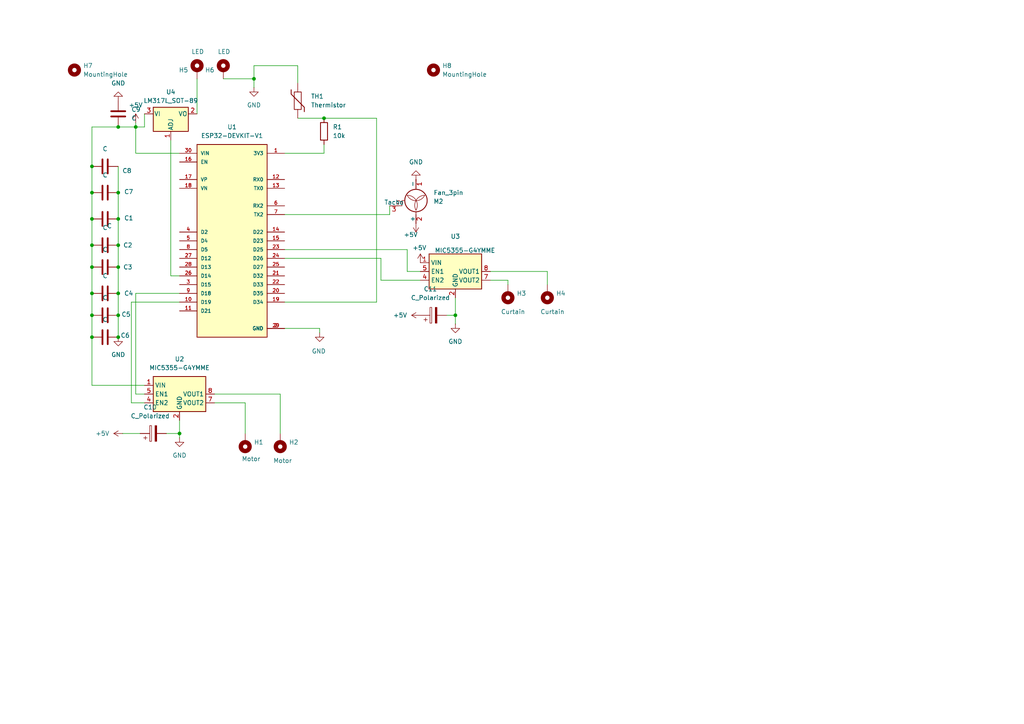
<source format=kicad_sch>
(kicad_sch (version 20250114) (generator "eeschema") (generator_version "9.0")
  (paper "A4")
  (lib_symbols
    (symbol "Device:C" (pin_numbers (hide yes)) (pin_names (offset 0.254))
      (property "Reference" "C" (at 0.635 2.54 0))
      (property "Value" "C" (at 0.635 -2.54 0))
      (symbol "C_0_1"
        (polyline (pts (xy -2.032 0.762) (xy 2.032 0.762)) (stroke (width 0.508)))
        (polyline (pts (xy -2.032 -0.762) (xy 2.032 -0.762)) (stroke (width 0.508)))
      )
      (symbol "C_1_1"
        (pin passive line (at 0 3.81 270) (length 2.794) (name "~") (number "1"))
        (pin passive line (at 0 -3.81 90) (length 2.794) (name "~") (number "2"))
      )
    )
    (symbol "Device:C_Polarized" (pin_numbers (hide yes)) (pin_names (offset 0.254))
      (property "Reference" "C" (at 0.635 2.54 0))
      (property "Value" "C_Polarized" (at 0.635 -2.54 0))
      (symbol "C_Polarized_0_1"
        (rectangle (start -2.286 0.508) (end 2.286 1.016))
        (polyline (pts (xy -1.778 2.286) (xy -0.762 2.286)))
        (polyline (pts (xy -1.27 2.794) (xy -1.27 1.778)))
        (rectangle (start 2.286 -0.508) (end -2.286 -1.016) (fill (type outline)))
      )
      (symbol "C_Polarized_1_1"
        (pin passive line (at 0 3.81 270) (length 2.794) (name "~") (number "1"))
        (pin passive line (at 0 -3.81 90) (length 2.794) (name "~") (number "2"))
      )
    )
    (symbol "Device:R" (pin_numbers (hide yes)) (pin_names (offset 0))
      (property "Reference" "R" (at 2.032 0 90))
      (property "Value" "R" (at 0 0 90))
      (symbol "R_0_1"
        (rectangle (start -1.016 -2.54) (end 1.016 2.54) (stroke (width 0.254)))
      )
      (symbol "R_1_1"
        (pin passive line (at 0 3.81 270) (length 1.27) (name "~") (number "1"))
        (pin passive line (at 0 -3.81 90) (length 1.27) (name "~") (number "2"))
      )
    )
    (symbol "Device:Thermistor" (pin_numbers (hide yes)) (pin_names (offset 0))
      (property "Reference" "TH" (at 2.54 1.27 90))
      (property "Value" "Thermistor" (at -2.54 0 90))
      (symbol "Thermistor_0_1"
        (polyline (pts (xy -1.905 3.175) (xy -1.905 1.905) (xy 1.905 -1.905) (xy 1.905 -3.175) (xy 1.905 -3.175)) (stroke (width 0.254)))
        (rectangle (start -1.016 2.54) (end 1.016 -2.54) (stroke (width 0.2032)))
      )
      (symbol "Thermistor_1_1"
        (pin passive line (at 0 5.08 270) (length 2.54) (name "~") (number "1"))
        (pin passive line (at 0 -5.08 90) (length 2.54) (name "~") (number "2"))
      )
    )
    (symbol "ESP32-DEVKIT-V1:ESP32-DEVKIT-V1" (pin_names (offset 1.016))
      (property "Reference" "U" (at -10.16 30.48 0))
      (property "Value" "ESP32-DEVKIT-V1" (at -10.16 -30.48 0))
      (symbol "ESP32-DEVKIT-V1_0_0"
        (rectangle (start -10.16 -27.94) (end 10.16 27.94) (stroke (width 0.254)) (fill (type background)))
        (pin input line (at -15.24 25.4 0) (length 5.08) (name "VIN") (number "30"))
        (pin input line (at -15.24 22.86 0) (length 5.08) (name "EN") (number "16"))
        (pin bidirectional line (at -15.24 17.78 0) (length 5.08) (name "VP") (number "17"))
        (pin bidirectional line (at -15.24 15.24 0) (length 5.08) (name "VN") (number "18"))
        (pin bidirectional line (at -15.24 2.54 0) (length 5.08) (name "D2") (number "4"))
        (pin bidirectional line (at -15.24 0 0) (length 5.08) (name "D4") (number "5"))
        (pin bidirectional line (at -15.24 -2.54 0) (length 5.08) (name "D5") (number "8"))
        (pin bidirectional line (at -15.24 -5.08 0) (length 5.08) (name "D12") (number "27"))
        (pin bidirectional line (at -15.24 -7.62 0) (length 5.08) (name "D13") (number "28"))
        (pin bidirectional line (at -15.24 -10.16 0) (length 5.08) (name "D14") (number "26"))
        (pin bidirectional line (at -15.24 -12.7 0) (length 5.08) (name "D15") (number "3"))
        (pin bidirectional line (at -15.24 -15.24 0) (length 5.08) (name "D18") (number "9"))
        (pin bidirectional line (at -15.24 -17.78 0) (length 5.08) (name "D19") (number "10"))
        (pin bidirectional line (at -15.24 -20.32 0) (length 5.08) (name "D21") (number "11"))
        (pin output line (at 15.24 25.4 180) (length 5.08) (name "3V3") (number "1"))
        (pin input line (at 15.24 17.78 180) (length 5.08) (name "RX0") (number "12"))
        (pin output line (at 15.24 15.24 180) (length 5.08) (name "TX0") (number "13"))
        (pin input line (at 15.24 10.16 180) (length 5.08) (name "RX2") (number "6"))
        (pin output line (at 15.24 7.62 180) (length 5.08) (name "TX2") (number "7"))
        (pin bidirectional line (at 15.24 2.54 180) (length 5.08) (name "D22") (number "14"))
        (pin bidirectional line (at 15.24 0 180) (length 5.08) (name "D23") (number "15"))
        (pin bidirectional line (at 15.24 -2.54 180) (length 5.08) (name "D25") (number "23"))
        (pin bidirectional line (at 15.24 -5.08 180) (length 5.08) (name "D26") (number "24"))
        (pin bidirectional line (at 15.24 -7.62 180) (length 5.08) (name "D27") (number "25"))
        (pin bidirectional line (at 15.24 -10.16 180) (length 5.08) (name "D32") (number "21"))
        (pin bidirectional line (at 15.24 -12.7 180) (length 5.08) (name "D33") (number "22"))
        (pin bidirectional line (at 15.24 -15.24 180) (length 5.08) (name "D35") (number "20"))
        (pin bidirectional line (at 15.24 -17.78 180) (length 5.08) (name "D34") (number "19"))
        (pin power_in line (at 15.24 -25.4 180) (length 5.08) (name "GND") (number "2"))
        (pin power_in line (at 15.24 -25.4 180) (length 5.08) (name "GND") (number "29"))
      )
    )
    (symbol "Mechanical:MountingHole" (pin_names (offset 1.016)) (in_bom no)
      (property "Reference" "H" (at 0 5.08 0))
      (property "Value" "MountingHole" (at 0 3.175 0))
      (symbol "MountingHole_0_1"
        (circle (center 0 0) (radius 1.27) (stroke (width 1.27)))
      )
    )
    (symbol "Mechanical:MountingHole_Pad" (pin_numbers (hide yes)) (pin_names (offset 1.016) (hide yes)) (in_bom no)
      (property "Reference" "H" (at 0 6.35 0))
      (property "Value" "MountingHole_Pad" (at 0 4.445 0))
      (symbol "MountingHole_Pad_0_1"
        (circle (center 0 1.27) (radius 1.27) (stroke (width 1.27)))
      )
      (symbol "MountingHole_Pad_1_1"
        (pin input line (at 0 -2.54 90) (length 2.54) (name "1") (number "1"))
      )
    )
    (symbol "Motor:Fan_3pin" (pin_names (offset 0))
      (property "Reference" "M" (at 2.54 2.54 0))
      (property "Value" "Fan_3pin" (at 2.54 -5.08 0))
      (symbol "Fan_3pin_0_0"
        (polyline (pts (xy -5.08 -0.508) (xy -5.334 -0.381)))
        (polyline (pts (xy -5.08 -0.508) (xy -5.207 -0.762)))
        (arc (start -4.572 -1.016) (mid -5.08 -1.5218) (end -5.588 -1.016))
        (arc (start -5.588 -1.016) (mid -5.4392 -0.6568) (end -5.08 -0.508))
        (polyline (pts (xy -4.064 0) (xy -4.064 -1.524) (xy -3.302 -1.524)))
      )
      (symbol "Fan_3pin_0_1"
        (polyline (pts (xy -4.064 0) (xy -5.08 0)))
        (arc (start 0 1.27) (mid -0.0015 -1.6352) (end -2.54 -3.048))
        (polyline (pts (xy 0 2.032) (xy 0 2.54)))
        (polyline (pts (xy 0 1.7272) (xy 0 2.0828)))
        (circle (center 0 -1.524) (radius 3.2512) (stroke (width 0.254)))
        (arc (start -2.54 -3.048) (mid 0 -1.4782) (end 2.54 -3.048))
        (polyline (pts (xy 0 -4.7752) (xy 0 -5.1816)))
        (polyline (pts (xy 0 -7.62) (xy 0 -7.112)))
        (arc (start 2.54 -3.048) (mid 0.047 -1.6085) (end 0 1.27))
      )
      (symbol "Fan_3pin_1_1"
        (pin passive line (at -7.62 0 0) (length 2.54) (name "Tacho") (number "3"))
        (pin passive line (at 0 5.08 270) (length 2.54) (name "+") (number "2"))
        (pin passive line (at 0 -7.62 90) (length 2.54) (name "-") (number "1"))
      )
    )
    (symbol "Regulator_Linear:LM317L_SOT-89" (pin_names (offset 0.254))
      (property "Reference" "U" (at -3.81 3.175 0))
      (property "Value" "LM317L_SOT-89" (at 0 3.175 0))
      (symbol "LM317L_SOT-89_0_1"
        (rectangle (start -5.08 1.905) (end 5.08 -5.08) (stroke (width 0.254)) (fill (type background)))
      )
      (symbol "LM317L_SOT-89_1_1"
        (pin power_in line (at -7.62 0 0) (length 2.54) (name "VI") (number "3"))
        (pin input line (at 0 -7.62 90) (length 2.54) (name "ADJ") (number "1"))
        (pin power_out line (at 7.62 0 180) (length 2.54) (name "VO") (number "2"))
      )
    )
    (symbol "Regulator_Linear:MIC5355-G4YMME"
      (property "Reference" "U" (at 0 8.89 0))
      (property "Value" "MIC5355-G4YMME" (at 0 6.35 0))
      (symbol "MIC5355-G4YMME_0_1"
        (rectangle (start -7.62 5.08) (end 7.62 -5.08) (stroke (width 0.254)) (fill (type background)))
      )
      (symbol "MIC5355-G4YMME_1_1"
        (pin power_in line (at -10.16 2.54 0) (length 2.54) (name "VIN") (number "1"))
        (pin input line (at -10.16 0 0) (length 2.54) (name "EN1") (number "5"))
        (pin input line (at -10.16 -2.54 0) (length 2.54) (name "EN2") (number "4"))
        (pin no_connect line (at 0 5.08 270) (length 2.54) (hide yes) (name "NC") (number "3"))
        (pin power_in line (at 0 -7.62 90) (length 2.54) (name "GND") (number "2"))
        (pin passive line (at 0 -7.62 90) (length 2.54) (hide yes) (name "GND") (number "9"))
        (pin no_connect line (at 7.62 2.54 180) (length 2.54) (hide yes) (name "NC") (number "6"))
        (pin power_out line (at 10.16 0 180) (length 2.54) (name "VOUT1") (number "8"))
        (pin power_out line (at 10.16 -2.54 180) (length 2.54) (name "VOUT2") (number "7"))
      )
    )
    (symbol "power:+5V" (power) (pin_numbers (hide yes)) (pin_names (offset 0) (hide yes))
      (property "Value" "+5V" (at 0 3.556 0))
      (symbol "+5V_0_1"
        (polyline (pts (xy -0.762 1.27) (xy 0 2.54)))
        (polyline (pts (xy 0 2.54) (xy 0.762 1.27)))
        (polyline (pts (xy 0 0) (xy 0 2.54)))
      )
      (symbol "+5V_1_1"
        (pin power_in line (at 0 0 90) (length 0) (name "~") (number "1"))
      )
    )
    (symbol "power:GND" (power) (pin_numbers (hide yes)) (pin_names (offset 0) (hide yes))
      (property "Value" "GND" (at 0 -3.81 0))
      (symbol "GND_0_1"
        (polyline (pts (xy 0 0) (xy 0 -1.27) (xy 1.27 -1.27) (xy 0 -2.54) (xy -1.27 -1.27) (xy 0 -1.27)))
      )
      (symbol "GND_1_1"
        (pin power_in line (at 0 0 270) (length 0) (name "~") (number "1"))
      )
    )
  )
  (junction (at 34.29 91.44))
  (junction (at 26.67 48.26))
  (junction (at 34.29 63.5))
  (junction (at 26.67 77.47))
  (junction (at 26.67 71.12))
  (junction (at 34.29 97.79))
  (junction (at 26.67 55.88))
  (junction (at 26.67 85.09))
  (junction (at 34.29 71.12))
  (junction (at 34.29 36.83))
  (junction (at 34.29 55.88))
  (junction (at 34.29 77.47))
  (junction (at 26.67 63.5))
  (junction (at 73.66 22.86))
  (junction (at 132.08 91.44))
  (junction (at 34.29 85.09))
  (junction (at 26.67 97.79))
  (junction (at 93.98 34.29))
  (junction (at 52.07 125.73))
  (junction (at 39.37 36.83))
  (junction (at 26.67 91.44))
  (wire (pts (xy 82.55 44.45) (xy 93.98 44.45)))
  (wire (pts (xy 34.29 55.88) (xy 34.29 63.5)))
  (wire (pts (xy 26.67 111.76) (xy 41.91 111.76)))
  (wire (pts (xy 142.24 78.74) (xy 158.75 78.74)))
  (wire (pts (xy 121.92 81.28) (xy 110.49 81.28)))
  (wire (pts (xy 26.67 71.12) (xy 26.67 77.47)))
  (wire (pts (xy 158.75 78.74) (xy 158.75 82.55)))
  (wire (pts (xy 142.24 81.28) (xy 147.32 81.28)))
  (wire (pts (xy 39.37 114.3) (xy 41.91 114.3)))
  (wire (pts (xy 86.36 24.13) (xy 86.36 19.05)))
  (wire (pts (xy 73.66 19.05) (xy 73.66 22.86)))
  (wire (pts (xy 34.29 63.5) (xy 34.29 71.12)))
  (wire (pts (xy 110.49 74.93) (xy 82.55 74.93)))
  (wire (pts (xy 93.98 34.29) (xy 109.22 34.29)))
  (wire (pts (xy 62.23 116.84) (xy 71.12 116.84)))
  (wire (pts (xy 52.07 125.73) (xy 52.07 121.92)))
  (wire (pts (xy 39.37 35.56) (xy 39.37 36.83)))
  (wire (pts (xy 38.1 87.63) (xy 38.1 116.84)))
  (wire (pts (xy 86.36 34.29) (xy 93.98 34.29)))
  (wire (pts (xy 26.67 77.47) (xy 26.67 85.09)))
  (wire (pts (xy 147.32 81.28) (xy 147.32 82.55)))
  (wire (pts (xy 26.67 48.26) (xy 26.67 55.88)))
  (wire (pts (xy 26.67 36.83) (xy 34.29 36.83)))
  (wire (pts (xy 113.03 59.69) (xy 113.03 62.23)))
  (wire (pts (xy 39.37 44.45) (xy 52.07 44.45)))
  (wire (pts (xy 93.98 44.45) (xy 93.98 41.91)))
  (wire (pts (xy 82.55 72.39) (xy 118.11 72.39)))
  (wire (pts (xy 92.71 95.25) (xy 92.71 96.52)))
  (wire (pts (xy 82.55 95.25) (xy 92.71 95.25)))
  (wire (pts (xy 52.07 87.63) (xy 38.1 87.63)))
  (wire (pts (xy 52.07 127) (xy 52.07 125.73)))
  (wire (pts (xy 41.91 33.02) (xy 41.91 36.83)))
  (wire (pts (xy 34.29 71.12) (xy 34.29 77.47)))
  (wire (pts (xy 118.11 78.74) (xy 121.92 78.74)))
  (wire (pts (xy 113.03 62.23) (xy 82.55 62.23)))
  (wire (pts (xy 118.11 78.74) (xy 118.11 72.39)))
  (wire (pts (xy 71.12 116.84) (xy 71.12 125.73)))
  (wire (pts (xy 38.1 116.84) (xy 41.91 116.84)))
  (wire (pts (xy 26.67 97.79) (xy 26.67 111.76)))
  (wire (pts (xy 62.23 114.3) (xy 81.28 114.3)))
  (wire (pts (xy 57.15 22.86) (xy 57.15 33.02)))
  (wire (pts (xy 34.29 36.83) (xy 39.37 36.83)))
  (wire (pts (xy 41.91 36.83) (xy 39.37 36.83)))
  (wire (pts (xy 34.29 91.44) (xy 34.29 97.79)))
  (wire (pts (xy 26.67 91.44) (xy 26.67 97.79)))
  (wire (pts (xy 35.56 125.73) (xy 40.64 125.73)))
  (wire (pts (xy 132.08 93.98) (xy 132.08 91.44)))
  (wire (pts (xy 109.22 34.29) (xy 109.22 87.63)))
  (wire (pts (xy 39.37 85.09) (xy 39.37 114.3)))
  (wire (pts (xy 26.67 85.09) (xy 26.67 91.44)))
  (wire (pts (xy 34.29 48.26) (xy 34.29 55.88)))
  (wire (pts (xy 64.77 22.86) (xy 73.66 22.86)))
  (wire (pts (xy 132.08 91.44) (xy 132.08 86.36)))
  (wire (pts (xy 109.22 87.63) (xy 82.55 87.63)))
  (wire (pts (xy 49.53 40.64) (xy 49.53 80.01)))
  (wire (pts (xy 26.67 55.88) (xy 26.67 63.5)))
  (wire (pts (xy 110.49 81.28) (xy 110.49 74.93)))
  (wire (pts (xy 81.28 114.3) (xy 81.28 125.73)))
  (wire (pts (xy 34.29 77.47) (xy 34.29 85.09)))
  (wire (pts (xy 52.07 85.09) (xy 39.37 85.09)))
  (wire (pts (xy 39.37 36.83) (xy 39.37 44.45)))
  (wire (pts (xy 26.67 63.5) (xy 26.67 71.12)))
  (wire (pts (xy 73.66 22.86) (xy 73.66 25.4)))
  (wire (pts (xy 86.36 19.05) (xy 73.66 19.05)))
  (wire (pts (xy 34.29 85.09) (xy 34.29 91.44)))
  (wire (pts (xy 26.67 48.26) (xy 26.67 36.83)))
  (wire (pts (xy 48.26 125.73) (xy 52.07 125.73)))
  (wire (pts (xy 49.53 80.01) (xy 52.07 80.01)))
  (wire (pts (xy 129.54 91.44) (xy 132.08 91.44)))
  (symbol (lib_id "power:+5V") (at 121.92 76.2 0) (unit 1)
    (property "Reference" "#PWR08" (effects (hide yes)))
    (property "Value" "+5V" (at 121.666 71.882 0))
    (property "Description" "Power symbol creates a global label with name \"+5V\"" (effects (hide yes)))
  )
  (symbol (lib_id "power:+5V") (at 39.37 35.56 0) (mirror y) (unit 1)
    (property "Reference" "#PWR03" (effects (hide yes)))
    (property "Value" "+5V" (at 39.37 30.48 0))
    (property "Description" "Power symbol creates a global label with name \"+5V\"" (effects (hide yes)))
  )
  (symbol (lib_id "Mechanical:MountingHole_Pad") (at 64.77 20.32 0) (unit 1) (in_bom no)
    (property "Reference" "H6" (at 62.23 20.3201 0) (effects (justify right)))
    (property "Value" "LED" (at 66.802 14.986 0) (effects (justify right)))
    (property "Description" "Mounting Hole with connection" (effects (hide yes)))
  )
  (symbol (lib_id "Mechanical:MountingHole_Pad") (at 57.15 20.32 0) (unit 1) (in_bom no)
    (property "Reference" "H5" (at 54.61 20.3201 0) (effects (justify right)))
    (property "Value" "LED" (at 59.182 14.986 0) (effects (justify right)))
    (property "Description" "Mounting Hole with connection" (effects (hide yes)))
  )
  (symbol (lib_id "power:GND") (at 52.07 127 0) (unit 1)
    (property "Reference" "#PWR05" (effects (hide yes)))
    (property "Value" "GND" (at 52.07 132.08 0))
    (property "Description" "Power symbol creates a global label with name \"GND\" , ground" (effects (hide yes)))
  )
  (symbol (lib_id "power:GND") (at 34.29 97.79 0) (unit 1)
    (property "Reference" "#PWR04" (effects (hide yes)))
    (property "Value" "GND" (at 34.29 102.87 0))
    (property "Description" "Power symbol creates a global label with name \"GND\" , ground" (effects (hide yes)))
  )
  (symbol (lib_id "Motor:Fan_3pin") (at 120.65 59.69 0) (mirror x) (unit 1)
    (property "Reference" "M2" (at 125.73 58.4201 0) (effects (justify left)))
    (property "Value" "Fan_3pin" (at 125.73 55.8801 0) (effects (justify left)))
    (property "Footprint" "Connector:FanPinHeader_1x03_P2.54mm_Vertical" (effects (hide yes)))
    (property "Datasheet" "http://www.hardwarecanucks.com/forum/attachments/new-builds/16287d1330775095-help-chassis-power-fan-connectors-motherboard-asus_p8z68.jpg" (effects (hide yes)))
    (property "Description" "Fan, tacho output, 3-pin connector" (effects (hide yes)))
  )
  (symbol (lib_id "power:GND") (at 73.66 25.4 0) (unit 1)
    (property "Reference" "#PWR01" (effects (hide yes)))
    (property "Value" "GND" (at 73.66 30.48 0))
    (property "Description" "Power symbol creates a global label with name \"GND\" , ground" (effects (hide yes)))
  )
  (symbol (lib_id "power:+5V") (at 121.92 91.44 90) (unit 1)
    (property "Reference" "#PWR012" (effects (hide yes)))
    (property "Value" "+5V" (at 118.11 91.4399 90) (effects (justify left)))
    (property "Description" "Power symbol creates a global label with name \"+5V\"" (effects (hide yes)))
  )
  (symbol (lib_id "Device:C") (at 30.48 63.5 270) (unit 1)
    (property "Reference" "C1" (at 37.338 63.246 90))
    (property "Value" "C" (at 31.75 65.532 90))
    (property "Description" "Unpolarized capacitor" (effects (hide yes)))
  )
  (symbol (lib_id "Mechanical:MountingHole_Pad") (at 81.28 128.27 180) (unit 1) (in_bom no)
    (property "Reference" "H2" (at 83.82 128.2699 0) (effects (justify right)))
    (property "Value" "Motor" (at 79.248 133.604 0) (effects (justify right)))
    (property "Description" "Mounting Hole with connection" (effects (hide yes)))
  )
  (symbol (lib_id "Device:C") (at 30.48 55.88 270) (unit 1)
    (property "Reference" "C7" (at 37.338 55.626 90))
    (property "Value" "C" (at 30.48 50.8 90))
    (property "Description" "Unpolarized capacitor" (effects (hide yes)))
  )
  (symbol (lib_id "ESP32-DEVKIT-V1:ESP32-DEVKIT-V1") (at 67.31 69.85 0) (unit 1)
    (property "Reference" "U1" (at 67.31 36.83 0))
    (property "Value" "ESP32-DEVKIT-V1" (at 67.31 39.37 0))
    (property "Footprint" "MY_Library:MODULE_ESP32_DEVKIT_V1" (effects (hide yes)))
    (property "MF" "Do it" (effects (hide yes)))
    (property "MAXIMUM_PACKAGE_HEIGHT" "6.8 mm" (effects (hide yes)))
    (property "Package" "None" (effects (hide yes)))
    (property "Price" "None" (effects (hide yes)))
    (property "Check_prices" "https://www.snapeda.com/parts/ESP32-DEVKIT-V1/Do+it/view-part/?ref=eda" (effects (hide yes)))
    (property "STANDARD" "Manufacturer Recommendations" (effects (hide yes)))
    (property "PARTREV" "N/A" (effects (hide yes)))
    (property "SnapEDA_Link" "https://www.snapeda.com/parts/ESP32-DEVKIT-V1/Do+it/view-part/?ref=snap" (effects (hide yes)))
    (property "MP" "ESP32-DEVKIT-V1" (effects (hide yes)))
    (property "Description_1" "Dual core, Wi-Fi: 2.4 GHz up to 150 Mbits/s,BLE (Bluetooth Low Energy) and legacy Bluetooth, 32 bits, Up to 240 MHz" (effects (hide yes)))
    (property "Availability" "Not in stock" (effects (hide yes)))
    (property "MANUFACTURER" "DOIT" (effects (hide yes)))
  )
  (symbol (lib_id "power:GND") (at 34.29 29.21 180) (unit 1)
    (property "Reference" "#PWR010" (effects (hide yes)))
    (property "Value" "GND" (at 34.29 24.13 0))
    (property "Description" "Power symbol creates a global label with name \"GND\" , ground" (effects (hide yes)))
  )
  (symbol (lib_id "Device:C") (at 34.29 33.02 180) (unit 1)
    (property "Reference" "C9" (at 38.1 31.7499 0) (effects (justify right)))
    (property "Value" "C" (at 38.1 34.2899 0) (effects (justify right)))
    (property "Description" "Unpolarized capacitor" (effects (hide yes)))
  )
  (symbol (lib_id "power:+5V") (at 120.65 64.77 180) (unit 1)
    (property "Reference" "#PWR06" (effects (hide yes)))
    (property "Value" "+5V" (at 119.126 68.072 0))
    (property "Description" "Power symbol creates a global label with name \"+5V\"" (effects (hide yes)))
  )
  (symbol (lib_id "Mechanical:MountingHole_Pad") (at 71.12 128.27 180) (unit 1) (in_bom no)
    (property "Reference" "H1" (at 73.66 128.2699 0) (effects (justify right)))
    (property "Value" "Motor" (at 70.104 133.096 0) (effects (justify right)))
    (property "Description" "Mounting Hole with connection" (effects (hide yes)))
  )
  (symbol (lib_id "Regulator_Linear:MIC5355-G4YMME") (at 132.08 78.74 0) (unit 1)
    (property "Reference" "U3" (at 132.08 68.58 0))
    (property "Value" "MIC5355-G4YMME" (at 134.874 72.644 0))
    (property "Footprint" "Package_SO:MSOP-8-1EP_3x3mm_P0.65mm_EP2.5x3mm_Mask1.73x2.36mm_ThermalVias" (effects (hide yes)))
    (property "Datasheet" "http://ww1.microchip.com/downloads/en/DeviceDoc/mic5355_6.pdf" (effects (hide yes)))
    (property "Description" "Dual 500mA μCap Low Dropout Micropower Linear Regulator, 1.8V/1.2V, MSOP-8" (effects (hide yes)))
  )
  (symbol (lib_id "Device:R") (at 93.98 38.1 0) (unit 1)
    (property "Reference" "R1" (at 96.52 36.8299 0) (effects (justify left)))
    (property "Value" "10k" (at 96.52 39.3699 0) (effects (justify left)))
    (property "Footprint" "Resistor_THT:R_Axial_DIN0411_L9.9mm_D3.6mm_P20.32mm_Horizontal" (effects (hide yes)))
    (property "Description" "Resistor" (effects (hide yes)))
  )
  (symbol (lib_id "Regulator_Linear:LM317L_SOT-89") (at 49.53 33.02 0) (unit 1)
    (property "Reference" "U4" (at 49.53 26.67 0))
    (property "Value" "LM317L_SOT-89" (at 49.53 29.21 0))
    (property "Footprint" "Package_TO_SOT_SMD:SOT-89-3" (effects (hide yes)))
    (property "Datasheet" "http://www.ti.com/lit/ds/symlink/lm317l.pdf" (effects (hide yes)))
    (property "Description" "100mA 35V Adjustable Linear Regulator, SOT-89" (effects (hide yes)))
  )
  (symbol (lib_id "power:GND") (at 120.65 52.07 180) (unit 1)
    (property "Reference" "#PWR07" (effects (hide yes)))
    (property "Value" "GND" (at 120.65 46.99 0))
    (property "Description" "Power symbol creates a global label with name \"GND\" , ground" (effects (hide yes)))
  )
  (symbol (lib_id "Mechanical:MountingHole_Pad") (at 158.75 85.09 180) (unit 1) (in_bom no)
    (property "Reference" "H4" (at 161.29 85.0899 0) (effects (justify right)))
    (property "Value" "Curtain" (at 156.718 90.424 0) (effects (justify right)))
    (property "Description" "Mounting Hole with connection" (effects (hide yes)))
  )
  (symbol (lib_id "power:GND") (at 132.08 93.98 0) (unit 1)
    (property "Reference" "#PWR09" (effects (hide yes)))
    (property "Value" "GND" (at 132.08 99.06 0))
    (property "Description" "Power symbol creates a global label with name \"GND\" , ground" (effects (hide yes)))
  )
  (symbol (lib_id "Mechanical:MountingHole") (at 125.73 20.32 0) (unit 1) (in_bom no)
    (property "Reference" "H8" (at 128.27 19.0499 0) (effects (justify left)))
    (property "Value" "MountingHole" (at 128.27 21.5899 0) (effects (justify left)))
    (property "Description" "Mounting Hole without connection" (effects (hide yes)))
  )
  (symbol (lib_id "Mechanical:MountingHole") (at 21.59 20.32 0) (unit 1) (in_bom no)
    (property "Reference" "H7" (at 24.13 19.0499 0) (effects (justify left)))
    (property "Value" "MountingHole" (at 24.13 21.5899 0) (effects (justify left)))
    (property "Description" "Mounting Hole without connection" (effects (hide yes)))
  )
  (symbol (lib_id "Device:C") (at 30.48 91.44 270) (unit 1)
    (property "Reference" "C5" (at 36.576 91.186 90))
    (property "Value" "C" (at 30.48 86.36 90))
    (property "Description" "Unpolarized capacitor" (effects (hide yes)))
  )
  (symbol (lib_id "Regulator_Linear:MIC5355-G4YMME") (at 52.07 114.3 0) (unit 1)
    (property "Reference" "U2" (at 52.07 104.14 0))
    (property "Value" "MIC5355-G4YMME" (at 52.07 106.68 0))
    (property "Footprint" "Package_SO:MSOP-8-1EP_3x3mm_P0.65mm_EP2.5x3mm_Mask1.73x2.36mm_ThermalVias" (effects (hide yes)))
    (property "Datasheet" "http://ww1.microchip.com/downloads/en/DeviceDoc/mic5355_6.pdf" (effects (hide yes)))
    (property "Description" "Dual 500mA μCap Low Dropout Micropower Linear Regulator, 1.8V/1.2V, MSOP-8" (effects (hide yes)))
  )
  (symbol (lib_id "power:+5V") (at 35.56 125.73 90) (unit 1)
    (property "Reference" "#PWR011" (effects (hide yes)))
    (property "Value" "+5V" (at 31.75 125.7299 90) (effects (justify left)))
    (property "Description" "Power symbol creates a global label with name \"+5V\"" (effects (hide yes)))
  )
  (symbol (lib_id "Device:C") (at 30.48 71.12 270) (unit 1)
    (property "Reference" "C2" (at 37.084 71.12 90))
    (property "Value" "C" (at 30.48 66.04 90))
    (property "Description" "Unpolarized capacitor" (effects (hide yes)))
  )
  (symbol (lib_id "Device:C_Polarized") (at 44.45 125.73 90) (unit 1)
    (property "Reference" "C10" (at 43.561 118.11 90))
    (property "Value" "C_Polarized" (at 43.561 120.65 90))
    (property "Description" "Polarized capacitor" (effects (hide yes)))
  )
  (symbol (lib_id "Device:C") (at 30.48 48.26 270) (unit 1)
    (property "Reference" "C8" (at 36.83 49.53 90))
    (property "Value" "C" (at 30.48 43.18 90))
    (property "Description" "Unpolarized capacitor" (effects (hide yes)))
  )
  (symbol (lib_id "power:GND") (at 92.71 96.52 0) (unit 1)
    (property "Reference" "#PWR02" (effects (hide yes)))
    (property "Value" "GND" (at 92.456 101.854 0))
    (property "Description" "Power symbol creates a global label with name \"GND\" , ground" (effects (hide yes)))
  )
  (symbol (lib_id "Device:Thermistor") (at 86.36 29.21 0) (unit 1)
    (property "Reference" "TH1" (at 90.17 27.9399 0) (effects (justify left)))
    (property "Value" "Thermistor" (at 90.17 30.4799 0) (effects (justify left)))
    (property "Footprint" "MY_Library:Thermistor" (effects (hide yes)))
    (property "Description" "Temperature dependent resistor" (effects (hide yes)))
  )
  (symbol (lib_id "Device:C_Polarized") (at 125.73 91.44 90) (unit 1)
    (property "Reference" "C11" (at 124.841 83.82 90))
    (property "Value" "C_Polarized" (at 124.841 86.36 90))
    (property "Description" "Polarized capacitor" (effects (hide yes)))
  )
  (symbol (lib_id "Mechanical:MountingHole_Pad") (at 147.32 85.09 180) (unit 1) (in_bom no)
    (property "Reference" "H3" (at 149.86 85.0899 0) (effects (justify right)))
    (property "Value" "Curtain" (at 145.288 90.424 0) (effects (justify right)))
    (property "Description" "Mounting Hole with connection" (effects (hide yes)))
  )
  (symbol (lib_id "Device:C") (at 30.48 97.79 270) (unit 1)
    (property "Reference" "C6" (at 36.322 97.282 90))
    (property "Value" "C" (at 30.48 92.71 90))
    (property "Description" "Unpolarized capacitor" (effects (hide yes)))
  )
  (symbol (lib_id "Device:C") (at 30.48 85.09 270) (unit 1)
    (property "Reference" "C4" (at 37.338 85.09 90))
    (property "Value" "C" (at 30.48 80.01 90))
    (property "Description" "Unpolarized capacitor" (effects (hide yes)))
  )
  (symbol (lib_id "Device:C") (at 30.48 77.47 270) (unit 1)
    (property "Reference" "C3" (at 37.084 77.47 90))
    (property "Value" "C" (at 30.48 72.39 90))
    (property "Description" "Unpolarized capacitor" (effects (hide yes)))
  )
)
</source>
